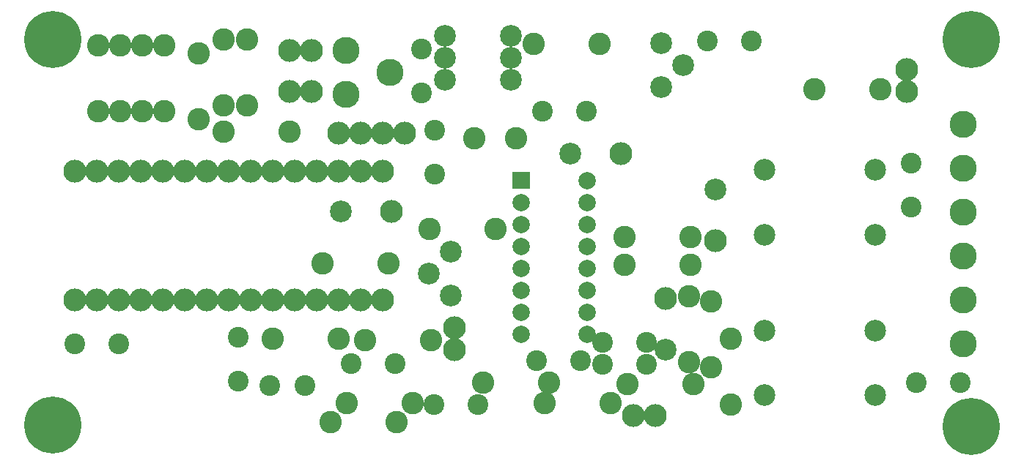
<source format=gbr>
%FSLAX34Y34*%
%MOMM*%
%LNSOLDERMASK_TOP*%
G71*
G01*
%ADD10C, 2.50*%
%ADD11C, 2.64*%
%ADD12C, 3.14*%
%ADD13C, 2.60*%
%ADD14C, 2.40*%
%ADD15C, 3.14*%
%ADD16C, 6.60*%
%ADD17C, 2.51*%
%ADD18C, 2.00*%
%ADD19C, 2.64*%
%LPD*%
X871538Y-457588D02*
G54D10*
D03*
X871538Y-382588D02*
G54D10*
D03*
X999331Y-457588D02*
G54D10*
D03*
X999331Y-382588D02*
G54D10*
D03*
X150824Y-198401D02*
G54D11*
D03*
X176224Y-198401D02*
G54D11*
D03*
X201624Y-198401D02*
G54D11*
D03*
X74624Y-198401D02*
G54D11*
D03*
X100024Y-198401D02*
G54D11*
D03*
X125424Y-198401D02*
G54D11*
D03*
X303224Y-198401D02*
G54D11*
D03*
X328624Y-198401D02*
G54D11*
D03*
X354024Y-198401D02*
G54D11*
D03*
X227024Y-198401D02*
G54D11*
D03*
X252424Y-198401D02*
G54D11*
D03*
X277824Y-198401D02*
G54D11*
D03*
X379424Y-198401D02*
G54D11*
D03*
X404824Y-198401D02*
G54D11*
D03*
X430224Y-198401D02*
G54D11*
D03*
X150824Y-347626D02*
G54D11*
D03*
X176224Y-347626D02*
G54D11*
D03*
X201624Y-347626D02*
G54D11*
D03*
X74624Y-347626D02*
G54D11*
D03*
X100024Y-347626D02*
G54D11*
D03*
X125424Y-347626D02*
G54D11*
D03*
X303224Y-347626D02*
G54D11*
D03*
X328624Y-347626D02*
G54D11*
D03*
X354024Y-347626D02*
G54D11*
D03*
X227024Y-347626D02*
G54D11*
D03*
X252424Y-347626D02*
G54D11*
D03*
X277824Y-347626D02*
G54D11*
D03*
X379424Y-347626D02*
G54D11*
D03*
X404824Y-347626D02*
G54D11*
D03*
X430224Y-347626D02*
G54D11*
D03*
X871538Y-271850D02*
G54D10*
D03*
X871538Y-196850D02*
G54D10*
D03*
X999331Y-271850D02*
G54D10*
D03*
X999331Y-196850D02*
G54D10*
D03*
X1100188Y-347612D02*
G54D12*
D03*
X1100188Y-398412D02*
G54D12*
D03*
X409575Y-393700D02*
G54D13*
D03*
X485775Y-393700D02*
G54D13*
D03*
X303212Y-392112D02*
G54D13*
D03*
X379412Y-392112D02*
G54D13*
D03*
X369888Y-488950D02*
G54D13*
D03*
X446088Y-488950D02*
G54D13*
D03*
X246062Y-122238D02*
G54D13*
D03*
X246062Y-46038D02*
G54D13*
D03*
X217488Y-138113D02*
G54D13*
D03*
X217488Y-61912D02*
G54D13*
D03*
X347679Y-58779D02*
G54D11*
D03*
X322279Y-58779D02*
G54D11*
D03*
X347679Y-106404D02*
G54D11*
D03*
X322279Y-106404D02*
G54D11*
D03*
X263525Y-441325D02*
G54D14*
D03*
X263525Y-390525D02*
G54D14*
D03*
X300038Y-446088D02*
G54D14*
D03*
X340038Y-446088D02*
G54D14*
D03*
X177800Y-52388D02*
G54D13*
D03*
X177800Y-128588D02*
G54D13*
D03*
X152400Y-52388D02*
G54D13*
D03*
X152400Y-128588D02*
G54D13*
D03*
X127000Y-52388D02*
G54D13*
D03*
X127000Y-128588D02*
G54D13*
D03*
X101600Y-52388D02*
G54D13*
D03*
X101600Y-128588D02*
G54D13*
D03*
X322262Y-152400D02*
G54D13*
D03*
X246062Y-152400D02*
G54D13*
D03*
X387851Y-58301D02*
G54D15*
D03*
X387851Y-109101D02*
G54D15*
D03*
X438651Y-83701D02*
G54D15*
D03*
X474662Y-57150D02*
G54D14*
D03*
X474662Y-107950D02*
G54D14*
D03*
X1100188Y-246012D02*
G54D12*
D03*
X1100188Y-296812D02*
G54D12*
D03*
X393700Y-420688D02*
G54D14*
D03*
X444500Y-420688D02*
G54D14*
D03*
X49246Y-46066D02*
G54D16*
D03*
X1100188Y-144412D02*
G54D12*
D03*
X1100188Y-195212D02*
G54D12*
D03*
X604837Y-50800D02*
G54D13*
D03*
X681037Y-50800D02*
G54D13*
D03*
X577915Y-41496D02*
G54D17*
D03*
X577915Y-66896D02*
G54D17*
D03*
X501715Y-41496D02*
G54D17*
D03*
X501715Y-66896D02*
G54D17*
D03*
X501715Y-92296D02*
G54D17*
D03*
X577915Y-92296D02*
G54D17*
D03*
X1109696Y-46066D02*
G54D16*
D03*
X49246Y-492154D02*
G54D16*
D03*
X1109696Y-493741D02*
G54D16*
D03*
X74612Y-398462D02*
G54D14*
D03*
X125412Y-398462D02*
G54D14*
D03*
X751932Y-50595D02*
G54D17*
D03*
X751932Y-101396D02*
G54D17*
D03*
X777332Y-75996D02*
G54D17*
D03*
X273050Y-122238D02*
G54D13*
D03*
X273050Y-46038D02*
G54D13*
D03*
X404813Y-153988D02*
G54D11*
D03*
X430213Y-153988D02*
G54D11*
D03*
X455612Y-153988D02*
G54D11*
D03*
X379412Y-153988D02*
G54D11*
D03*
G36*
X600100Y-199013D02*
X600100Y-219013D01*
X580100Y-219013D01*
X580100Y-199013D01*
X600100Y-199013D01*
G37*
X590100Y-234414D02*
G54D18*
D03*
X590100Y-259814D02*
G54D18*
D03*
X590100Y-285213D02*
G54D18*
D03*
X590100Y-310614D02*
G54D18*
D03*
X590100Y-336014D02*
G54D18*
D03*
X590100Y-361414D02*
G54D18*
D03*
X590100Y-386814D02*
G54D18*
D03*
X666300Y-386813D02*
G54D18*
D03*
X666300Y-361414D02*
G54D18*
D03*
X666300Y-336014D02*
G54D18*
D03*
X666300Y-310614D02*
G54D18*
D03*
X666300Y-285214D02*
G54D18*
D03*
X666300Y-259813D02*
G54D18*
D03*
X666300Y-234414D02*
G54D18*
D03*
X666300Y-209013D02*
G54D18*
D03*
X584088Y-160337D02*
G54D13*
D03*
X535688Y-160337D02*
G54D13*
D03*
X665163Y-128588D02*
G54D14*
D03*
X614363Y-128588D02*
G54D14*
D03*
X490536Y-201613D02*
G54D14*
D03*
X490536Y-150812D02*
G54D14*
D03*
X539749Y-468313D02*
G54D14*
D03*
X488949Y-468313D02*
G54D14*
D03*
X465138Y-466725D02*
G54D13*
D03*
X388938Y-466725D02*
G54D13*
D03*
X658812Y-417512D02*
G54D14*
D03*
X608012Y-417512D02*
G54D14*
D03*
X684212Y-396875D02*
G54D14*
D03*
X735012Y-396875D02*
G54D14*
D03*
X735013Y-422275D02*
G54D14*
D03*
X684213Y-422275D02*
G54D14*
D03*
X831850Y-392112D02*
G54D13*
D03*
X831850Y-468312D02*
G54D13*
D03*
X712789Y-444501D02*
G54D13*
D03*
X788989Y-444501D02*
G54D13*
D03*
X785812Y-274637D02*
G54D13*
D03*
X709612Y-274637D02*
G54D13*
D03*
X785813Y-306387D02*
G54D13*
D03*
X709612Y-306387D02*
G54D13*
D03*
X784225Y-342902D02*
G54D13*
D03*
X784225Y-419102D02*
G54D13*
D03*
X809625Y-349249D02*
G54D13*
D03*
X809625Y-425449D02*
G54D13*
D03*
X719356Y-481167D02*
G54D11*
D03*
X744756Y-481167D02*
G54D11*
D03*
X622300Y-442912D02*
G54D13*
D03*
X546100Y-442912D02*
G54D13*
D03*
X508962Y-342479D02*
G54D17*
D03*
X508962Y-291679D02*
G54D17*
D03*
X483562Y-317079D02*
G54D17*
D03*
X560388Y-265112D02*
G54D13*
D03*
X484188Y-265112D02*
G54D13*
D03*
X360364Y-304800D02*
G54D13*
D03*
X436564Y-304800D02*
G54D13*
D03*
X617538Y-466724D02*
G54D13*
D03*
X693738Y-466724D02*
G54D13*
D03*
X757238Y-404813D02*
G54D17*
D03*
X757238Y-346075D02*
G54D19*
D03*
X646528Y-178158D02*
G54D17*
D03*
X705266Y-178158D02*
G54D19*
D03*
X814446Y-219848D02*
G54D17*
D03*
X814446Y-278586D02*
G54D19*
D03*
X1096963Y-442913D02*
G54D14*
D03*
X1046163Y-442913D02*
G54D14*
D03*
X1040448Y-239713D02*
G54D14*
D03*
X1040448Y-188913D02*
G54D14*
D03*
X1035050Y-106362D02*
G54D11*
D03*
X1035050Y-80962D02*
G54D11*
D03*
X1004888Y-103187D02*
G54D13*
D03*
X928687Y-103187D02*
G54D13*
D03*
X804863Y-47626D02*
G54D14*
D03*
X855663Y-47626D02*
G54D14*
D03*
X381415Y-244832D02*
G54D17*
D03*
X440153Y-244832D02*
G54D19*
D03*
X512762Y-404812D02*
G54D11*
D03*
X512762Y-379412D02*
G54D11*
D03*
M02*

</source>
